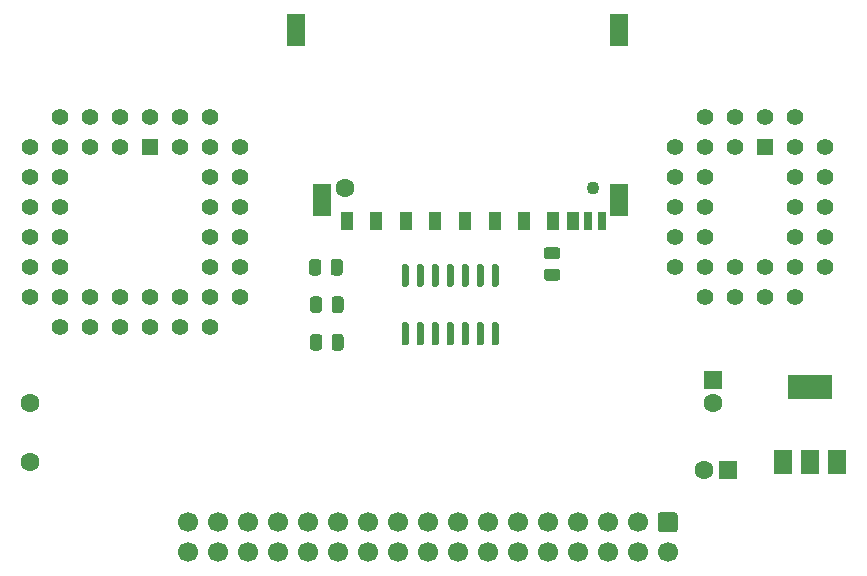
<source format=gts>
%TF.GenerationSoftware,KiCad,Pcbnew,(5.1.12)-1*%
%TF.CreationDate,2024-01-28T09:01:29+01:00*%
%TF.ProjectId,EREBUS,45524542-5553-42e6-9b69-6361645f7063,rev?*%
%TF.SameCoordinates,PX6d01460PY60e4b00*%
%TF.FileFunction,Soldermask,Top*%
%TF.FilePolarity,Negative*%
%FSLAX46Y46*%
G04 Gerber Fmt 4.6, Leading zero omitted, Abs format (unit mm)*
G04 Created by KiCad (PCBNEW (5.1.12)-1) date 2024-01-28 09:01:29*
%MOMM*%
%LPD*%
G01*
G04 APERTURE LIST*
%ADD10R,1.500000X2.800000*%
%ADD11C,1.100000*%
%ADD12C,1.600000*%
%ADD13R,0.700000X1.500000*%
%ADD14R,1.000000X1.500000*%
%ADD15C,1.422400*%
%ADD16R,1.422400X1.422400*%
%ADD17R,1.500000X2.000000*%
%ADD18R,3.800000X2.000000*%
%ADD19R,1.600000X1.600000*%
%ADD20C,1.700000*%
G04 APERTURE END LIST*
D10*
%TO.C,J2*%
X54290000Y33005000D03*
X54290000Y47371000D03*
X26990000Y47371000D03*
X29190000Y33005000D03*
D11*
X52140000Y34005000D03*
D12*
X31140000Y34005000D03*
D13*
X52895000Y31205000D03*
X51695000Y31205000D03*
D14*
X31265000Y31205000D03*
X50395000Y31205000D03*
X48695000Y31205000D03*
X46265000Y31205000D03*
X43765000Y31205000D03*
X41265000Y31205000D03*
X38765000Y31205000D03*
X36265000Y31205000D03*
X33765000Y31205000D03*
%TD*%
D15*
%TO.C,U2*%
X71755000Y37465000D03*
X71755000Y34925000D03*
X71755000Y32385000D03*
X71755000Y29845000D03*
X69215000Y34925000D03*
X69215000Y32385000D03*
X69215000Y29845000D03*
X69215000Y27305000D03*
X69215000Y24765000D03*
X66675000Y24765000D03*
X64135000Y24765000D03*
X61595000Y24765000D03*
X71755000Y27305000D03*
X66675000Y27305000D03*
X64135000Y27305000D03*
X61595000Y27305000D03*
X59055000Y27305000D03*
X59055000Y29845000D03*
X59055000Y32385000D03*
X59055000Y34925000D03*
X59055000Y37465000D03*
X61595000Y29845000D03*
X61595000Y32385000D03*
X61595000Y34925000D03*
X61595000Y37465000D03*
X69215000Y40005000D03*
X66675000Y40005000D03*
X61595000Y40005000D03*
X64135000Y40005000D03*
X69215000Y37465000D03*
X64135000Y37465000D03*
D16*
X66675000Y37465000D03*
%TD*%
D15*
%TO.C,U1*%
X22225000Y37465000D03*
X22225000Y34925000D03*
X22225000Y32385000D03*
X22225000Y29845000D03*
X22225000Y27305000D03*
X19685000Y40005000D03*
X19685000Y34925000D03*
X19685000Y32385000D03*
X19685000Y29845000D03*
X19685000Y27305000D03*
X19685000Y24765000D03*
X19685000Y22225000D03*
X17145000Y22225000D03*
X14605000Y22225000D03*
X12065000Y22225000D03*
X9525000Y22225000D03*
X6985000Y22225000D03*
X22225000Y24765000D03*
X17145000Y24765000D03*
X14605000Y24765000D03*
X12065000Y24765000D03*
X9525000Y24765000D03*
X6985000Y24765000D03*
X4445000Y24765000D03*
X4445000Y27305000D03*
X4445000Y29845000D03*
X4445000Y32385000D03*
X4445000Y34925000D03*
X4445000Y37465000D03*
X6985000Y27305000D03*
X6985000Y29845000D03*
X6985000Y32385000D03*
X6985000Y34925000D03*
X6985000Y37465000D03*
X17145000Y40005000D03*
X14605000Y40005000D03*
X6985000Y40005000D03*
X9525000Y40005000D03*
X12065000Y40005000D03*
X19685000Y37465000D03*
X17145000Y37465000D03*
X9525000Y37465000D03*
X12065000Y37465000D03*
D16*
X14605000Y37465000D03*
%TD*%
%TO.C,U4*%
G36*
G01*
X36345000Y25630000D02*
X36045000Y25630000D01*
G75*
G02*
X35895000Y25780000I0J150000D01*
G01*
X35895000Y27430000D01*
G75*
G02*
X36045000Y27580000I150000J0D01*
G01*
X36345000Y27580000D01*
G75*
G02*
X36495000Y27430000I0J-150000D01*
G01*
X36495000Y25780000D01*
G75*
G02*
X36345000Y25630000I-150000J0D01*
G01*
G37*
G36*
G01*
X37615000Y25630000D02*
X37315000Y25630000D01*
G75*
G02*
X37165000Y25780000I0J150000D01*
G01*
X37165000Y27430000D01*
G75*
G02*
X37315000Y27580000I150000J0D01*
G01*
X37615000Y27580000D01*
G75*
G02*
X37765000Y27430000I0J-150000D01*
G01*
X37765000Y25780000D01*
G75*
G02*
X37615000Y25630000I-150000J0D01*
G01*
G37*
G36*
G01*
X38885000Y25630000D02*
X38585000Y25630000D01*
G75*
G02*
X38435000Y25780000I0J150000D01*
G01*
X38435000Y27430000D01*
G75*
G02*
X38585000Y27580000I150000J0D01*
G01*
X38885000Y27580000D01*
G75*
G02*
X39035000Y27430000I0J-150000D01*
G01*
X39035000Y25780000D01*
G75*
G02*
X38885000Y25630000I-150000J0D01*
G01*
G37*
G36*
G01*
X40155000Y25630000D02*
X39855000Y25630000D01*
G75*
G02*
X39705000Y25780000I0J150000D01*
G01*
X39705000Y27430000D01*
G75*
G02*
X39855000Y27580000I150000J0D01*
G01*
X40155000Y27580000D01*
G75*
G02*
X40305000Y27430000I0J-150000D01*
G01*
X40305000Y25780000D01*
G75*
G02*
X40155000Y25630000I-150000J0D01*
G01*
G37*
G36*
G01*
X41425000Y25630000D02*
X41125000Y25630000D01*
G75*
G02*
X40975000Y25780000I0J150000D01*
G01*
X40975000Y27430000D01*
G75*
G02*
X41125000Y27580000I150000J0D01*
G01*
X41425000Y27580000D01*
G75*
G02*
X41575000Y27430000I0J-150000D01*
G01*
X41575000Y25780000D01*
G75*
G02*
X41425000Y25630000I-150000J0D01*
G01*
G37*
G36*
G01*
X42695000Y25630000D02*
X42395000Y25630000D01*
G75*
G02*
X42245000Y25780000I0J150000D01*
G01*
X42245000Y27430000D01*
G75*
G02*
X42395000Y27580000I150000J0D01*
G01*
X42695000Y27580000D01*
G75*
G02*
X42845000Y27430000I0J-150000D01*
G01*
X42845000Y25780000D01*
G75*
G02*
X42695000Y25630000I-150000J0D01*
G01*
G37*
G36*
G01*
X43965000Y25630000D02*
X43665000Y25630000D01*
G75*
G02*
X43515000Y25780000I0J150000D01*
G01*
X43515000Y27430000D01*
G75*
G02*
X43665000Y27580000I150000J0D01*
G01*
X43965000Y27580000D01*
G75*
G02*
X44115000Y27430000I0J-150000D01*
G01*
X44115000Y25780000D01*
G75*
G02*
X43965000Y25630000I-150000J0D01*
G01*
G37*
G36*
G01*
X43965000Y20680000D02*
X43665000Y20680000D01*
G75*
G02*
X43515000Y20830000I0J150000D01*
G01*
X43515000Y22480000D01*
G75*
G02*
X43665000Y22630000I150000J0D01*
G01*
X43965000Y22630000D01*
G75*
G02*
X44115000Y22480000I0J-150000D01*
G01*
X44115000Y20830000D01*
G75*
G02*
X43965000Y20680000I-150000J0D01*
G01*
G37*
G36*
G01*
X42695000Y20680000D02*
X42395000Y20680000D01*
G75*
G02*
X42245000Y20830000I0J150000D01*
G01*
X42245000Y22480000D01*
G75*
G02*
X42395000Y22630000I150000J0D01*
G01*
X42695000Y22630000D01*
G75*
G02*
X42845000Y22480000I0J-150000D01*
G01*
X42845000Y20830000D01*
G75*
G02*
X42695000Y20680000I-150000J0D01*
G01*
G37*
G36*
G01*
X41425000Y20680000D02*
X41125000Y20680000D01*
G75*
G02*
X40975000Y20830000I0J150000D01*
G01*
X40975000Y22480000D01*
G75*
G02*
X41125000Y22630000I150000J0D01*
G01*
X41425000Y22630000D01*
G75*
G02*
X41575000Y22480000I0J-150000D01*
G01*
X41575000Y20830000D01*
G75*
G02*
X41425000Y20680000I-150000J0D01*
G01*
G37*
G36*
G01*
X40155000Y20680000D02*
X39855000Y20680000D01*
G75*
G02*
X39705000Y20830000I0J150000D01*
G01*
X39705000Y22480000D01*
G75*
G02*
X39855000Y22630000I150000J0D01*
G01*
X40155000Y22630000D01*
G75*
G02*
X40305000Y22480000I0J-150000D01*
G01*
X40305000Y20830000D01*
G75*
G02*
X40155000Y20680000I-150000J0D01*
G01*
G37*
G36*
G01*
X38885000Y20680000D02*
X38585000Y20680000D01*
G75*
G02*
X38435000Y20830000I0J150000D01*
G01*
X38435000Y22480000D01*
G75*
G02*
X38585000Y22630000I150000J0D01*
G01*
X38885000Y22630000D01*
G75*
G02*
X39035000Y22480000I0J-150000D01*
G01*
X39035000Y20830000D01*
G75*
G02*
X38885000Y20680000I-150000J0D01*
G01*
G37*
G36*
G01*
X37615000Y20680000D02*
X37315000Y20680000D01*
G75*
G02*
X37165000Y20830000I0J150000D01*
G01*
X37165000Y22480000D01*
G75*
G02*
X37315000Y22630000I150000J0D01*
G01*
X37615000Y22630000D01*
G75*
G02*
X37765000Y22480000I0J-150000D01*
G01*
X37765000Y20830000D01*
G75*
G02*
X37615000Y20680000I-150000J0D01*
G01*
G37*
G36*
G01*
X36345000Y20680000D02*
X36045000Y20680000D01*
G75*
G02*
X35895000Y20830000I0J150000D01*
G01*
X35895000Y22480000D01*
G75*
G02*
X36045000Y22630000I150000J0D01*
G01*
X36345000Y22630000D01*
G75*
G02*
X36495000Y22480000I0J-150000D01*
G01*
X36495000Y20830000D01*
G75*
G02*
X36345000Y20680000I-150000J0D01*
G01*
G37*
%TD*%
%TO.C,R4*%
G36*
G01*
X48190998Y27182500D02*
X49091002Y27182500D01*
G75*
G02*
X49341000Y26932502I0J-249998D01*
G01*
X49341000Y26407498D01*
G75*
G02*
X49091002Y26157500I-249998J0D01*
G01*
X48190998Y26157500D01*
G75*
G02*
X47941000Y26407498I0J249998D01*
G01*
X47941000Y26932502D01*
G75*
G02*
X48190998Y27182500I249998J0D01*
G01*
G37*
G36*
G01*
X48190998Y29007500D02*
X49091002Y29007500D01*
G75*
G02*
X49341000Y28757502I0J-249998D01*
G01*
X49341000Y28232498D01*
G75*
G02*
X49091002Y27982500I-249998J0D01*
G01*
X48190998Y27982500D01*
G75*
G02*
X47941000Y28232498I0J249998D01*
G01*
X47941000Y28757502D01*
G75*
G02*
X48190998Y29007500I249998J0D01*
G01*
G37*
%TD*%
%TO.C,R3*%
G36*
G01*
X29168000Y21405002D02*
X29168000Y20504998D01*
G75*
G02*
X28918002Y20255000I-249998J0D01*
G01*
X28392998Y20255000D01*
G75*
G02*
X28143000Y20504998I0J249998D01*
G01*
X28143000Y21405002D01*
G75*
G02*
X28392998Y21655000I249998J0D01*
G01*
X28918002Y21655000D01*
G75*
G02*
X29168000Y21405002I0J-249998D01*
G01*
G37*
G36*
G01*
X30993000Y21405002D02*
X30993000Y20504998D01*
G75*
G02*
X30743002Y20255000I-249998J0D01*
G01*
X30217998Y20255000D01*
G75*
G02*
X29968000Y20504998I0J249998D01*
G01*
X29968000Y21405002D01*
G75*
G02*
X30217998Y21655000I249998J0D01*
G01*
X30743002Y21655000D01*
G75*
G02*
X30993000Y21405002I0J-249998D01*
G01*
G37*
%TD*%
%TO.C,R2*%
G36*
G01*
X29168000Y24580002D02*
X29168000Y23679998D01*
G75*
G02*
X28918002Y23430000I-249998J0D01*
G01*
X28392998Y23430000D01*
G75*
G02*
X28143000Y23679998I0J249998D01*
G01*
X28143000Y24580002D01*
G75*
G02*
X28392998Y24830000I249998J0D01*
G01*
X28918002Y24830000D01*
G75*
G02*
X29168000Y24580002I0J-249998D01*
G01*
G37*
G36*
G01*
X30993000Y24580002D02*
X30993000Y23679998D01*
G75*
G02*
X30743002Y23430000I-249998J0D01*
G01*
X30217998Y23430000D01*
G75*
G02*
X29968000Y23679998I0J249998D01*
G01*
X29968000Y24580002D01*
G75*
G02*
X30217998Y24830000I249998J0D01*
G01*
X30743002Y24830000D01*
G75*
G02*
X30993000Y24580002I0J-249998D01*
G01*
G37*
%TD*%
%TO.C,R1*%
G36*
G01*
X29088000Y27755002D02*
X29088000Y26854998D01*
G75*
G02*
X28838002Y26605000I-249998J0D01*
G01*
X28312998Y26605000D01*
G75*
G02*
X28063000Y26854998I0J249998D01*
G01*
X28063000Y27755002D01*
G75*
G02*
X28312998Y28005000I249998J0D01*
G01*
X28838002Y28005000D01*
G75*
G02*
X29088000Y27755002I0J-249998D01*
G01*
G37*
G36*
G01*
X30913000Y27755002D02*
X30913000Y26854998D01*
G75*
G02*
X30663002Y26605000I-249998J0D01*
G01*
X30137998Y26605000D01*
G75*
G02*
X29888000Y26854998I0J249998D01*
G01*
X29888000Y27755002D01*
G75*
G02*
X30137998Y28005000I249998J0D01*
G01*
X30663002Y28005000D01*
G75*
G02*
X30913000Y27755002I0J-249998D01*
G01*
G37*
%TD*%
D17*
%TO.C,U3*%
X68185000Y10845000D03*
X72785000Y10845000D03*
X70485000Y10845000D03*
D18*
X70485000Y17145000D03*
%TD*%
D12*
%TO.C,C3*%
X61500000Y10160000D03*
D19*
X63500000Y10160000D03*
%TD*%
D20*
%TO.C,J1*%
X17780000Y3175000D03*
X20320000Y3175000D03*
X22860000Y3175000D03*
X25400000Y3175000D03*
X27940000Y3175000D03*
X30480000Y3175000D03*
X33020000Y3175000D03*
X35560000Y3175000D03*
X38100000Y3175000D03*
X40640000Y3175000D03*
X43180000Y3175000D03*
X45720000Y3175000D03*
X48260000Y3175000D03*
X50800000Y3175000D03*
X53340000Y3175000D03*
X55880000Y3175000D03*
X58420000Y3175000D03*
X17780000Y5715000D03*
X20320000Y5715000D03*
X22860000Y5715000D03*
X25400000Y5715000D03*
X27940000Y5715000D03*
X30480000Y5715000D03*
X33020000Y5715000D03*
X35560000Y5715000D03*
X38100000Y5715000D03*
X40640000Y5715000D03*
X43180000Y5715000D03*
X45720000Y5715000D03*
X48260000Y5715000D03*
X50800000Y5715000D03*
X53340000Y5715000D03*
X55880000Y5715000D03*
G36*
G01*
X57820000Y6565000D02*
X59020000Y6565000D01*
G75*
G02*
X59270000Y6315000I0J-250000D01*
G01*
X59270000Y5115000D01*
G75*
G02*
X59020000Y4865000I-250000J0D01*
G01*
X57820000Y4865000D01*
G75*
G02*
X57570000Y5115000I0J250000D01*
G01*
X57570000Y6315000D01*
G75*
G02*
X57820000Y6565000I250000J0D01*
G01*
G37*
%TD*%
D12*
%TO.C,C2*%
X4445000Y15795000D03*
X4445000Y10795000D03*
%TD*%
%TO.C,C1*%
X62230000Y15780000D03*
D19*
X62230000Y17780000D03*
%TD*%
M02*

</source>
